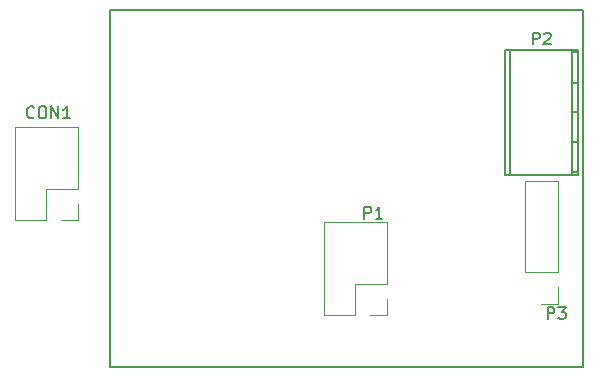
<source format=gbr>
G04 #@! TF.FileFunction,Legend,Top*
%FSLAX46Y46*%
G04 Gerber Fmt 4.6, Leading zero omitted, Abs format (unit mm)*
G04 Created by KiCad (PCBNEW 4.0.4-stable) date 02/21/17 16:43:53*
%MOMM*%
%LPD*%
G01*
G04 APERTURE LIST*
%ADD10C,0.100000*%
%ADD11C,0.200000*%
%ADD12C,0.120000*%
%ADD13C,0.150000*%
G04 APERTURE END LIST*
D10*
D11*
X24250000Y-20250000D02*
X64250000Y-20250000D01*
X24250000Y-50500000D02*
X24250000Y-20250000D01*
X64250000Y-50500000D02*
X24250000Y-50500000D01*
X64250000Y-20250000D02*
X64250000Y-50500000D01*
D12*
X47640000Y-43480000D02*
X47640000Y-38280000D01*
X47640000Y-38280000D02*
X42320000Y-38280000D01*
X42320000Y-38280000D02*
X42320000Y-46140000D01*
X42320000Y-46140000D02*
X44980000Y-46140000D01*
X44980000Y-46140000D02*
X44980000Y-43480000D01*
X44980000Y-43480000D02*
X47640000Y-43480000D01*
X47640000Y-44750000D02*
X47640000Y-46140000D01*
X47640000Y-46140000D02*
X46250000Y-46140000D01*
X21490000Y-35430000D02*
X21490000Y-30230000D01*
X21490000Y-30230000D02*
X16170000Y-30230000D01*
X16170000Y-30230000D02*
X16170000Y-38090000D01*
X16170000Y-38090000D02*
X18830000Y-38090000D01*
X18830000Y-38090000D02*
X18830000Y-35430000D01*
X18830000Y-35430000D02*
X21490000Y-35430000D01*
X21490000Y-36700000D02*
X21490000Y-38090000D01*
X21490000Y-38090000D02*
X20100000Y-38090000D01*
D13*
X57651200Y-23639020D02*
X57651200Y-34240980D01*
X58049980Y-34240980D02*
X58049980Y-23639020D01*
X63350960Y-34240980D02*
X63350960Y-23639020D01*
X63848800Y-23639020D02*
X63848800Y-34240980D01*
X63350960Y-26443180D02*
X63848800Y-26443180D01*
X63350960Y-28940000D02*
X63848800Y-28940000D01*
X63848800Y-34037780D02*
X63350960Y-34037780D01*
X63350960Y-23839680D02*
X63848800Y-23839680D01*
X63848800Y-31436820D02*
X63350960Y-31436820D01*
X63848800Y-23641560D02*
X57651200Y-23641560D01*
X57651200Y-34235900D02*
X63848800Y-34235900D01*
D12*
X62140000Y-42480000D02*
X62140000Y-34740000D01*
X62140000Y-34740000D02*
X59360000Y-34740000D01*
X59360000Y-34740000D02*
X59360000Y-42480000D01*
X59360000Y-42480000D02*
X62140000Y-42480000D01*
X62140000Y-43750000D02*
X62140000Y-45140000D01*
X62140000Y-45140000D02*
X60750000Y-45140000D01*
D13*
X45761905Y-37952381D02*
X45761905Y-36952381D01*
X46142858Y-36952381D01*
X46238096Y-37000000D01*
X46285715Y-37047619D01*
X46333334Y-37142857D01*
X46333334Y-37285714D01*
X46285715Y-37380952D01*
X46238096Y-37428571D01*
X46142858Y-37476190D01*
X45761905Y-37476190D01*
X47285715Y-37952381D02*
X46714286Y-37952381D01*
X47000000Y-37952381D02*
X47000000Y-36952381D01*
X46904762Y-37095238D01*
X46809524Y-37190476D01*
X46714286Y-37238095D01*
X17785715Y-29357143D02*
X17738096Y-29404762D01*
X17595239Y-29452381D01*
X17500001Y-29452381D01*
X17357143Y-29404762D01*
X17261905Y-29309524D01*
X17214286Y-29214286D01*
X17166667Y-29023810D01*
X17166667Y-28880952D01*
X17214286Y-28690476D01*
X17261905Y-28595238D01*
X17357143Y-28500000D01*
X17500001Y-28452381D01*
X17595239Y-28452381D01*
X17738096Y-28500000D01*
X17785715Y-28547619D01*
X18404762Y-28452381D02*
X18595239Y-28452381D01*
X18690477Y-28500000D01*
X18785715Y-28595238D01*
X18833334Y-28785714D01*
X18833334Y-29119048D01*
X18785715Y-29309524D01*
X18690477Y-29404762D01*
X18595239Y-29452381D01*
X18404762Y-29452381D01*
X18309524Y-29404762D01*
X18214286Y-29309524D01*
X18166667Y-29119048D01*
X18166667Y-28785714D01*
X18214286Y-28595238D01*
X18309524Y-28500000D01*
X18404762Y-28452381D01*
X19261905Y-29452381D02*
X19261905Y-28452381D01*
X19833334Y-29452381D01*
X19833334Y-28452381D01*
X20833334Y-29452381D02*
X20261905Y-29452381D01*
X20547619Y-29452381D02*
X20547619Y-28452381D01*
X20452381Y-28595238D01*
X20357143Y-28690476D01*
X20261905Y-28738095D01*
X60011905Y-23202381D02*
X60011905Y-22202381D01*
X60392858Y-22202381D01*
X60488096Y-22250000D01*
X60535715Y-22297619D01*
X60583334Y-22392857D01*
X60583334Y-22535714D01*
X60535715Y-22630952D01*
X60488096Y-22678571D01*
X60392858Y-22726190D01*
X60011905Y-22726190D01*
X60964286Y-22297619D02*
X61011905Y-22250000D01*
X61107143Y-22202381D01*
X61345239Y-22202381D01*
X61440477Y-22250000D01*
X61488096Y-22297619D01*
X61535715Y-22392857D01*
X61535715Y-22488095D01*
X61488096Y-22630952D01*
X60916667Y-23202381D01*
X61535715Y-23202381D01*
X61261905Y-46452381D02*
X61261905Y-45452381D01*
X61642858Y-45452381D01*
X61738096Y-45500000D01*
X61785715Y-45547619D01*
X61833334Y-45642857D01*
X61833334Y-45785714D01*
X61785715Y-45880952D01*
X61738096Y-45928571D01*
X61642858Y-45976190D01*
X61261905Y-45976190D01*
X62166667Y-45452381D02*
X62785715Y-45452381D01*
X62452381Y-45833333D01*
X62595239Y-45833333D01*
X62690477Y-45880952D01*
X62738096Y-45928571D01*
X62785715Y-46023810D01*
X62785715Y-46261905D01*
X62738096Y-46357143D01*
X62690477Y-46404762D01*
X62595239Y-46452381D01*
X62309524Y-46452381D01*
X62214286Y-46404762D01*
X62166667Y-46357143D01*
M02*

</source>
